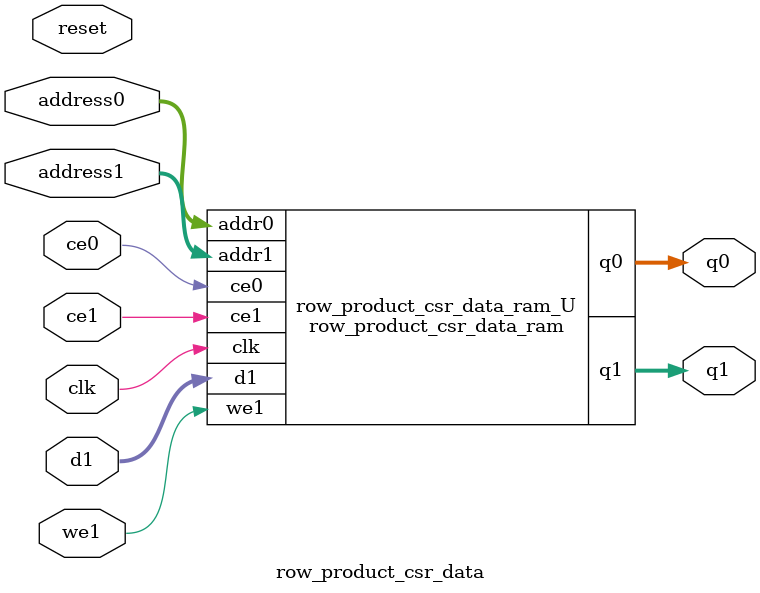
<source format=v>
`timescale 1 ns / 1 ps
module row_product_csr_data_ram (addr0, ce0, q0, addr1, ce1, d1, we1, q1,  clk);

parameter DWIDTH = 64;
parameter AWIDTH = 5;
parameter MEM_SIZE = 20;

input[AWIDTH-1:0] addr0;
input ce0;
output reg[DWIDTH-1:0] q0;
input[AWIDTH-1:0] addr1;
input ce1;
input[DWIDTH-1:0] d1;
input we1;
output reg[DWIDTH-1:0] q1;
input clk;

(* ram_style = "block" *)reg [DWIDTH-1:0] ram[0:MEM_SIZE-1];




always @(posedge clk)  
begin 
    if (ce0) begin
        q0 <= ram[addr0];
    end
end


always @(posedge clk)  
begin 
    if (ce1) begin
        if (we1) 
            ram[addr1] <= d1; 
        q1 <= ram[addr1];
    end
end


endmodule

`timescale 1 ns / 1 ps
module row_product_csr_data(
    reset,
    clk,
    address0,
    ce0,
    q0,
    address1,
    ce1,
    we1,
    d1,
    q1);

parameter DataWidth = 32'd64;
parameter AddressRange = 32'd20;
parameter AddressWidth = 32'd5;
input reset;
input clk;
input[AddressWidth - 1:0] address0;
input ce0;
output[DataWidth - 1:0] q0;
input[AddressWidth - 1:0] address1;
input ce1;
input we1;
input[DataWidth - 1:0] d1;
output[DataWidth - 1:0] q1;



row_product_csr_data_ram row_product_csr_data_ram_U(
    .clk( clk ),
    .addr0( address0 ),
    .ce0( ce0 ),
    .q0( q0 ),
    .addr1( address1 ),
    .ce1( ce1 ),
    .we1( we1 ),
    .d1( d1 ),
    .q1( q1 ));

endmodule


</source>
